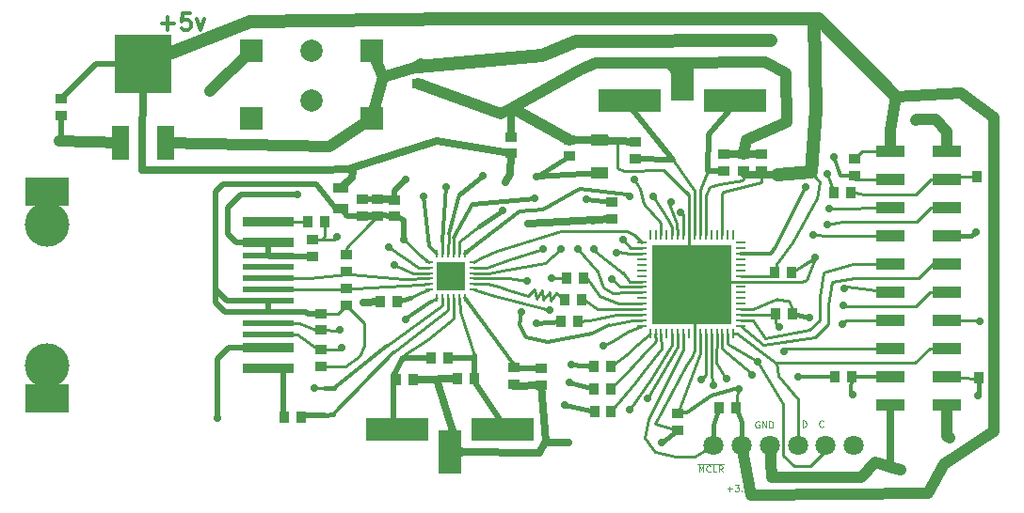
<source format=gtl>
G04 (created by PCBNEW (2013-08-24 BZR 4298)-stable) date Fri 06 Dec 2013 09:15:41 PM PST*
%MOIN*%
G04 Gerber Fmt 3.4, Leading zero omitted, Abs format*
%FSLAX34Y34*%
G01*
G70*
G90*
G04 APERTURE LIST*
%ADD10C,0.005906*%
%ADD11C,0.003937*%
%ADD12C,0.011811*%
%ADD13R,0.039400X0.035400*%
%ADD14R,0.035400X0.039400*%
%ADD15R,0.060000X0.120000*%
%ADD16R,0.200000X0.210000*%
%ADD17R,0.055000X0.035000*%
%ADD18R,0.059100X0.039400*%
%ADD19R,0.061000X0.039400*%
%ADD20R,0.100000X0.039000*%
%ADD21R,0.098400X0.098400*%
%ADD22O,0.009800X0.031500*%
%ADD23O,0.031500X0.009800*%
%ADD24C,0.023622*%
%ADD25R,0.220472X0.082677*%
%ADD26R,0.082677X0.157480*%
%ADD27R,0.181102X0.031890*%
%ADD28R,0.181102X0.024016*%
%ADD29C,0.157480*%
%ADD30R,0.153543X0.098425*%
%ADD31C,0.078700*%
%ADD32R,0.078700X0.078700*%
%ADD33C,0.070866*%
%ADD34R,0.009843X0.033465*%
%ADD35R,0.033465X0.009843*%
%ADD36R,0.281496X0.281496*%
%ADD37C,0.027559*%
%ADD38C,0.047244*%
%ADD39C,0.009843*%
%ADD40C,0.039370*%
%ADD41C,0.019685*%
%ADD42C,0.027559*%
%ADD43C,0.015748*%
G04 APERTURE END LIST*
G54D10*
G54D11*
X39069Y-47386D02*
X39069Y-47150D01*
X39125Y-47150D01*
X39159Y-47161D01*
X39181Y-47183D01*
X39192Y-47206D01*
X39204Y-47251D01*
X39204Y-47285D01*
X39192Y-47330D01*
X39181Y-47352D01*
X39159Y-47375D01*
X39125Y-47386D01*
X39069Y-47386D01*
X39800Y-47363D02*
X39789Y-47375D01*
X39755Y-47386D01*
X39732Y-47386D01*
X39699Y-47375D01*
X39676Y-47352D01*
X39665Y-47330D01*
X39654Y-47285D01*
X39654Y-47251D01*
X39665Y-47206D01*
X39676Y-47183D01*
X39699Y-47161D01*
X39732Y-47150D01*
X39755Y-47150D01*
X39789Y-47161D01*
X39800Y-47172D01*
G54D12*
X16367Y-33073D02*
X16817Y-33073D01*
X16592Y-33298D02*
X16592Y-32848D01*
X17379Y-32708D02*
X17098Y-32708D01*
X17070Y-32989D01*
X17098Y-32961D01*
X17154Y-32933D01*
X17295Y-32933D01*
X17351Y-32961D01*
X17379Y-32989D01*
X17407Y-33045D01*
X17407Y-33186D01*
X17379Y-33242D01*
X17351Y-33270D01*
X17295Y-33298D01*
X17154Y-33298D01*
X17098Y-33270D01*
X17070Y-33242D01*
X17604Y-32904D02*
X17745Y-33298D01*
X17885Y-32904D01*
G54D11*
X37528Y-47192D02*
X37506Y-47181D01*
X37472Y-47181D01*
X37438Y-47192D01*
X37416Y-47215D01*
X37404Y-47237D01*
X37393Y-47282D01*
X37393Y-47316D01*
X37404Y-47361D01*
X37416Y-47384D01*
X37438Y-47406D01*
X37472Y-47417D01*
X37494Y-47417D01*
X37528Y-47406D01*
X37539Y-47395D01*
X37539Y-47316D01*
X37494Y-47316D01*
X37641Y-47417D02*
X37641Y-47181D01*
X37776Y-47417D01*
X37776Y-47181D01*
X37888Y-47417D02*
X37888Y-47181D01*
X37944Y-47181D01*
X37978Y-47192D01*
X38001Y-47215D01*
X38012Y-47237D01*
X38023Y-47282D01*
X38023Y-47316D01*
X38012Y-47361D01*
X38001Y-47384D01*
X37978Y-47406D01*
X37944Y-47417D01*
X37888Y-47417D01*
X36397Y-49579D02*
X36577Y-49579D01*
X36487Y-49669D02*
X36487Y-49489D01*
X36667Y-49433D02*
X36813Y-49433D01*
X36734Y-49523D01*
X36768Y-49523D01*
X36790Y-49534D01*
X36802Y-49546D01*
X36813Y-49568D01*
X36813Y-49624D01*
X36802Y-49647D01*
X36790Y-49658D01*
X36768Y-49669D01*
X36700Y-49669D01*
X36678Y-49658D01*
X36667Y-49647D01*
X36914Y-49647D02*
X36925Y-49658D01*
X36914Y-49669D01*
X36903Y-49658D01*
X36914Y-49647D01*
X36914Y-49669D01*
X37004Y-49433D02*
X37150Y-49433D01*
X37071Y-49523D01*
X37105Y-49523D01*
X37128Y-49534D01*
X37139Y-49546D01*
X37150Y-49568D01*
X37150Y-49624D01*
X37139Y-49647D01*
X37128Y-49658D01*
X37105Y-49669D01*
X37038Y-49669D01*
X37015Y-49658D01*
X37004Y-49647D01*
X37229Y-49512D02*
X37285Y-49669D01*
X37341Y-49512D01*
X35400Y-48976D02*
X35400Y-48740D01*
X35479Y-48909D01*
X35557Y-48740D01*
X35557Y-48976D01*
X35805Y-48954D02*
X35794Y-48965D01*
X35760Y-48976D01*
X35737Y-48976D01*
X35704Y-48965D01*
X35681Y-48943D01*
X35670Y-48920D01*
X35659Y-48875D01*
X35659Y-48841D01*
X35670Y-48796D01*
X35681Y-48774D01*
X35704Y-48751D01*
X35737Y-48740D01*
X35760Y-48740D01*
X35794Y-48751D01*
X35805Y-48763D01*
X36019Y-48976D02*
X35906Y-48976D01*
X35906Y-48740D01*
X36232Y-48976D02*
X36154Y-48864D01*
X36097Y-48976D02*
X36097Y-48740D01*
X36187Y-48740D01*
X36210Y-48751D01*
X36221Y-48763D01*
X36232Y-48785D01*
X36232Y-48819D01*
X36221Y-48841D01*
X36210Y-48853D01*
X36187Y-48864D01*
X36097Y-48864D01*
X35344Y-48700D02*
X36277Y-48700D01*
G54D13*
X21720Y-41323D03*
X21720Y-40731D03*
G54D14*
X22130Y-40106D03*
X21538Y-40106D03*
X36105Y-46692D03*
X36697Y-46692D03*
X21307Y-47019D03*
X20715Y-47019D03*
G54D13*
X22019Y-44633D03*
X22019Y-45225D03*
X22000Y-43945D03*
X22000Y-43353D03*
X22905Y-42475D03*
X22905Y-43067D03*
X22897Y-41862D03*
X22897Y-41270D03*
G54D14*
X31107Y-43633D03*
X30515Y-43633D03*
X31240Y-42854D03*
X30648Y-42854D03*
X31299Y-42106D03*
X30707Y-42106D03*
X25924Y-44940D03*
X26516Y-44940D03*
X32292Y-46830D03*
X31700Y-46830D03*
X32276Y-46035D03*
X31684Y-46035D03*
X32280Y-45232D03*
X31688Y-45232D03*
G54D13*
X36988Y-37692D03*
X36988Y-38284D03*
X36279Y-37696D03*
X36279Y-38288D03*
X33129Y-37282D03*
X33129Y-37874D03*
X37610Y-37707D03*
X37610Y-38299D03*
X30826Y-37184D03*
X30826Y-37776D03*
G54D14*
X38685Y-41889D03*
X38093Y-41889D03*
G54D13*
X32318Y-39400D03*
X32318Y-39992D03*
G54D14*
X38705Y-43358D03*
X38113Y-43358D03*
G54D13*
X12803Y-36331D03*
X12803Y-35739D03*
X34641Y-47504D03*
X34641Y-46912D03*
X25448Y-35197D03*
X25448Y-34605D03*
X24023Y-39302D03*
X24023Y-39894D03*
X24610Y-39322D03*
X24610Y-39914D03*
G54D14*
X24684Y-45688D03*
X25276Y-45688D03*
X27441Y-45681D03*
X26849Y-45681D03*
G54D13*
X29803Y-45906D03*
X29803Y-45314D03*
G54D15*
X14904Y-37285D03*
X16504Y-37285D03*
G54D16*
X15704Y-34485D03*
G54D17*
X22708Y-38888D03*
X22708Y-39638D03*
G54D18*
X31883Y-38351D03*
G54D19*
X31887Y-37199D03*
G54D20*
X42185Y-37606D03*
X44185Y-37606D03*
X42185Y-40606D03*
X44185Y-39606D03*
X44185Y-38606D03*
X42185Y-38606D03*
X42185Y-39606D03*
X42185Y-41606D03*
X44185Y-40606D03*
X44185Y-41606D03*
X44185Y-42606D03*
X44185Y-46606D03*
X44185Y-45606D03*
X44185Y-44606D03*
X44185Y-43606D03*
X42185Y-42606D03*
X42185Y-43606D03*
X42185Y-44606D03*
X42185Y-45606D03*
X42185Y-46606D03*
G54D14*
X24105Y-42925D03*
X24697Y-42925D03*
G54D21*
X26618Y-42019D03*
G54D22*
X26126Y-42806D03*
X26323Y-42806D03*
X26520Y-42806D03*
X26716Y-42806D03*
X26913Y-42806D03*
X27110Y-42806D03*
G54D23*
X27405Y-42511D03*
X27405Y-42314D03*
X27405Y-42117D03*
X27405Y-41921D03*
X27405Y-41724D03*
X27405Y-41527D03*
G54D22*
X27110Y-41232D03*
X26913Y-41232D03*
X26716Y-41232D03*
X26520Y-41232D03*
X26323Y-41232D03*
X26126Y-41232D03*
G54D23*
X25831Y-41527D03*
X25831Y-41724D03*
X25831Y-41921D03*
X25831Y-42117D03*
X25831Y-42314D03*
X25831Y-42511D03*
G54D24*
X26618Y-42019D03*
X26318Y-41719D03*
X26318Y-42319D03*
X26918Y-41719D03*
X26918Y-42319D03*
G54D25*
X32933Y-35807D03*
X36673Y-35807D03*
G54D26*
X34803Y-35019D03*
G54D25*
X28444Y-47476D03*
X24704Y-47476D03*
G54D26*
X26574Y-48263D03*
G54D27*
X20137Y-40102D03*
X20137Y-40826D03*
G54D28*
X20137Y-41299D03*
X20137Y-41700D03*
X20137Y-42503D03*
X20137Y-44102D03*
X20137Y-43299D03*
G54D27*
X20137Y-45299D03*
X20137Y-44574D03*
G54D28*
X20137Y-42901D03*
X20137Y-43700D03*
G54D29*
X12295Y-45200D03*
X12295Y-40200D03*
G54D28*
X20137Y-42102D03*
G54D30*
X12295Y-39039D03*
X12295Y-46362D03*
G54D13*
X28830Y-45851D03*
X28830Y-45259D03*
X23464Y-39294D03*
X23464Y-39886D03*
X28740Y-37089D03*
X28740Y-37681D03*
G54D31*
X21692Y-35791D03*
G54D32*
X23822Y-34019D03*
X23822Y-36421D03*
X19560Y-34019D03*
X19560Y-36421D03*
G54D31*
X21692Y-34019D03*
G54D33*
X39893Y-48031D03*
X40893Y-48031D03*
X35901Y-48031D03*
X36901Y-48031D03*
X38897Y-48031D03*
X37897Y-48031D03*
G54D14*
X40796Y-45586D03*
X40204Y-45586D03*
X45294Y-45625D03*
X45886Y-45625D03*
G54D13*
X40909Y-38465D03*
X40909Y-37873D03*
G54D14*
X45251Y-38511D03*
X45843Y-38511D03*
G54D34*
X36421Y-44070D03*
X36618Y-44070D03*
X35240Y-44070D03*
X35437Y-44070D03*
X35830Y-44070D03*
X35633Y-44070D03*
X36224Y-44070D03*
X36027Y-44070D03*
X34452Y-44070D03*
X34649Y-44070D03*
X35043Y-44070D03*
X34846Y-44070D03*
X34059Y-44070D03*
X34255Y-44070D03*
X33862Y-44070D03*
X33665Y-44070D03*
G54D35*
X33389Y-43795D03*
X33389Y-43598D03*
X33389Y-43204D03*
X33389Y-43401D03*
X33389Y-42614D03*
X33389Y-42417D03*
X33389Y-42811D03*
X33389Y-43007D03*
X33389Y-41433D03*
X33389Y-41236D03*
X33389Y-41826D03*
X33389Y-41629D03*
X33389Y-42023D03*
X33389Y-42220D03*
X33389Y-40842D03*
X33389Y-41039D03*
G54D34*
X33665Y-40566D03*
X33862Y-40566D03*
X34255Y-40566D03*
X34059Y-40566D03*
X34846Y-40566D03*
X35043Y-40566D03*
X34649Y-40566D03*
X34452Y-40566D03*
X36027Y-40566D03*
X36224Y-40566D03*
X35633Y-40566D03*
X35830Y-40566D03*
X35437Y-40566D03*
X35240Y-40566D03*
X36618Y-40566D03*
X36421Y-40566D03*
G54D35*
X36893Y-41039D03*
X36893Y-40842D03*
X36893Y-42220D03*
X36893Y-42023D03*
X36893Y-41629D03*
X36893Y-41818D03*
X36893Y-41236D03*
X36893Y-41433D03*
X36893Y-43007D03*
X36893Y-42811D03*
X36893Y-42417D03*
X36893Y-42614D03*
X36893Y-43401D03*
X36893Y-43204D03*
X36893Y-43598D03*
X36893Y-43795D03*
G54D36*
X35141Y-42318D03*
G54D14*
X40172Y-39051D03*
X40764Y-39051D03*
G54D37*
X38232Y-43826D03*
X38921Y-45590D03*
X36826Y-46023D03*
X31629Y-40059D03*
X32326Y-42133D03*
X29330Y-40153D03*
X28543Y-38716D03*
X29300Y-42200D03*
X37952Y-33661D03*
X44263Y-47763D03*
X24948Y-40736D03*
X25003Y-43582D03*
X32952Y-39208D03*
X39169Y-38881D03*
X29118Y-43299D03*
X28437Y-39708D03*
X30511Y-41062D03*
X31996Y-44500D03*
X43070Y-36500D03*
X25011Y-38610D03*
X18358Y-47059D03*
X21188Y-39149D03*
X28779Y-36082D03*
X18062Y-35464D03*
X23503Y-42952D03*
X30779Y-47940D03*
X42547Y-48905D03*
X34078Y-47921D03*
X39299Y-43511D03*
X39507Y-41377D03*
X31421Y-39299D03*
X12736Y-37224D03*
X38413Y-44685D03*
X37464Y-45066D03*
X22574Y-40629D03*
X21779Y-46000D03*
X30098Y-43232D03*
X30177Y-42106D03*
X30814Y-45787D03*
X26429Y-38858D03*
X30637Y-46586D03*
X25649Y-39208D03*
X29645Y-43700D03*
X29877Y-41062D03*
X30889Y-45165D03*
X27748Y-38472D03*
X29629Y-38488D03*
X31692Y-41074D03*
X45358Y-43633D03*
X37283Y-45527D03*
X36366Y-45669D03*
X40484Y-43740D03*
X40500Y-43066D03*
X35917Y-45889D03*
X40551Y-42480D03*
X35468Y-45708D03*
X45196Y-40468D03*
X33106Y-38590D03*
X33783Y-39192D03*
X40011Y-39625D03*
X32708Y-40744D03*
X39960Y-38389D03*
X32484Y-41216D03*
X40192Y-37807D03*
X39429Y-40559D03*
X34759Y-39755D03*
X34397Y-39397D03*
X39929Y-40200D03*
X45275Y-46263D03*
X32929Y-46779D03*
X33578Y-46374D03*
X40830Y-46220D03*
X24397Y-41007D03*
X22688Y-43921D03*
X24598Y-41637D03*
X22728Y-44582D03*
X29566Y-39271D03*
X31122Y-41082D03*
G54D38*
X39381Y-32913D02*
X39633Y-32913D01*
X39633Y-32913D02*
X42389Y-35669D01*
G54D39*
X38113Y-43707D02*
X38113Y-43358D01*
X38232Y-43826D02*
X38113Y-43707D01*
X45843Y-38511D02*
X45843Y-37892D01*
X45843Y-37892D02*
X45850Y-37885D01*
X45886Y-45625D02*
X45886Y-44280D01*
X45886Y-44280D02*
X45850Y-44244D01*
X36893Y-42023D02*
X37959Y-42023D01*
X37959Y-42023D02*
X38093Y-41889D01*
X36789Y-46070D02*
X36789Y-46061D01*
G54D12*
X38921Y-45590D02*
X40204Y-45586D01*
G54D39*
X36789Y-46061D02*
X36826Y-46023D01*
X38093Y-41889D02*
X38149Y-41606D01*
X38149Y-41606D02*
X38716Y-40822D01*
X39661Y-38712D02*
X39389Y-38326D01*
X39578Y-39259D02*
X39661Y-38712D01*
X38716Y-40822D02*
X39578Y-39259D01*
X33389Y-42417D02*
X32610Y-42417D01*
X31696Y-39992D02*
X32318Y-39992D01*
X31629Y-40059D02*
X31696Y-39992D01*
X32610Y-42417D02*
X32326Y-42133D01*
X42185Y-37606D02*
X41176Y-37606D01*
X41176Y-37606D02*
X40909Y-37873D01*
X35437Y-44070D02*
X35433Y-44779D01*
X35433Y-44779D02*
X34645Y-46908D01*
X34645Y-46908D02*
X34641Y-46912D01*
X36893Y-43401D02*
X37732Y-43397D01*
X37732Y-43397D02*
X38098Y-43358D01*
X38098Y-43358D02*
X38113Y-43358D01*
X36224Y-40566D02*
X36224Y-39103D01*
X36224Y-39103D02*
X36225Y-39102D01*
X35633Y-40566D02*
X35633Y-39573D01*
G54D40*
X43492Y-49720D02*
X43519Y-49720D01*
X37244Y-49803D02*
X43492Y-49720D01*
X36901Y-48037D02*
X37244Y-49803D01*
X42185Y-36818D02*
X42185Y-37606D01*
X42389Y-35669D02*
X42185Y-36818D01*
X44669Y-35535D02*
X42389Y-35669D01*
X45850Y-37885D02*
X45850Y-36405D01*
X45850Y-36405D02*
X44669Y-35535D01*
X45850Y-47547D02*
X45850Y-44244D01*
X45850Y-44244D02*
X45850Y-37885D01*
X43519Y-49720D02*
X44090Y-48708D01*
X44090Y-48708D02*
X45850Y-47547D01*
G54D41*
X15704Y-34485D02*
X14057Y-34485D01*
X14057Y-34485D02*
X12803Y-35739D01*
G54D42*
X23138Y-38323D02*
X23125Y-38534D01*
X21976Y-38263D02*
X22980Y-38220D01*
X22980Y-38220D02*
X23138Y-38323D01*
X23125Y-38534D02*
X22708Y-38888D01*
G54D39*
X36697Y-46692D02*
X36789Y-46070D01*
X36789Y-46070D02*
X36787Y-46011D01*
G54D12*
X34964Y-46858D02*
X34641Y-46912D01*
X35854Y-46271D02*
X34964Y-46858D01*
X36787Y-46011D02*
X35854Y-46271D01*
G54D38*
X39551Y-36149D02*
X39389Y-38326D01*
X15704Y-34485D02*
X19500Y-33000D01*
X30885Y-32913D02*
X39381Y-32913D01*
X39381Y-32913D02*
X39488Y-32913D01*
X26881Y-32901D02*
X30885Y-32913D01*
X19500Y-33000D02*
X26881Y-32901D01*
X39488Y-32913D02*
X39551Y-36149D01*
X39389Y-38326D02*
X38169Y-38440D01*
G54D42*
X38169Y-38440D02*
X37712Y-38425D01*
X37610Y-38299D02*
X37712Y-38425D01*
X36996Y-38444D02*
X36988Y-38284D01*
X37712Y-38425D02*
X37157Y-38425D01*
X37157Y-38425D02*
X36996Y-38444D01*
G54D39*
X37610Y-38299D02*
X37604Y-38708D01*
X36225Y-39102D02*
X36225Y-39633D01*
X36271Y-39047D02*
X36225Y-39102D01*
X37604Y-38708D02*
X36271Y-39047D01*
G54D43*
X36697Y-46692D02*
X36901Y-47204D01*
X36901Y-47204D02*
X36901Y-48037D01*
G54D42*
X29330Y-40153D02*
X32318Y-39992D01*
G54D39*
X36988Y-38284D02*
X37035Y-38385D01*
X35629Y-39181D02*
X35783Y-38862D01*
X35783Y-38862D02*
X36106Y-38771D01*
X35634Y-39660D02*
X35633Y-39573D01*
X35633Y-39573D02*
X35629Y-39181D01*
X37035Y-38385D02*
X36940Y-38641D01*
X36940Y-38641D02*
X36106Y-38771D01*
X27405Y-42117D02*
X28645Y-42114D01*
X28645Y-42114D02*
X29300Y-42200D01*
X29330Y-40153D02*
X29263Y-40086D01*
G54D42*
X15704Y-34485D02*
X15673Y-38267D01*
X15673Y-38267D02*
X18263Y-38267D01*
X14948Y-35397D02*
X15704Y-34485D01*
X18263Y-38267D02*
X21976Y-38263D01*
X28708Y-38409D02*
X28543Y-38716D01*
X28740Y-37716D02*
X28708Y-38409D01*
X22980Y-38220D02*
X26106Y-37232D01*
X26106Y-37232D02*
X28704Y-37676D01*
X28704Y-37676D02*
X28740Y-37716D01*
G54D38*
X31043Y-33704D02*
X37952Y-33661D01*
X29830Y-34187D02*
X31043Y-33704D01*
G54D40*
X44185Y-47685D02*
X44185Y-46606D01*
X44263Y-47763D02*
X44185Y-47685D01*
X25448Y-34605D02*
X24216Y-34953D01*
X23822Y-36421D02*
X22303Y-37440D01*
X22303Y-37440D02*
X16504Y-37285D01*
X23822Y-36421D02*
X24216Y-34953D01*
X24216Y-34953D02*
X23822Y-34019D01*
G54D38*
X25448Y-34605D02*
X29830Y-34187D01*
G54D42*
X29830Y-34187D02*
X29897Y-34165D01*
G54D40*
X25448Y-34605D02*
X25547Y-34507D01*
G54D41*
X23464Y-39886D02*
X22956Y-39886D01*
X22956Y-39886D02*
X22708Y-39638D01*
X22708Y-39638D02*
X22508Y-39599D01*
X18271Y-39043D02*
X18271Y-42393D01*
X18555Y-38759D02*
X18271Y-39043D01*
X21846Y-38759D02*
X18555Y-38759D01*
X22508Y-39599D02*
X21846Y-38759D01*
X24948Y-40736D02*
X24948Y-40047D01*
X24948Y-40047D02*
X24610Y-39914D01*
X18271Y-42964D02*
X18271Y-42393D01*
X18271Y-42496D02*
X18271Y-42393D01*
G54D39*
X23530Y-43759D02*
X23530Y-43692D01*
X22870Y-45228D02*
X23385Y-44881D01*
X22019Y-45225D02*
X22870Y-45228D01*
X23530Y-43692D02*
X22905Y-43067D01*
X23385Y-44881D02*
X23558Y-44500D01*
X23558Y-44500D02*
X23530Y-43759D01*
G54D41*
X20137Y-42901D02*
X20137Y-43299D01*
X20137Y-43299D02*
X18606Y-43299D01*
X18606Y-43299D02*
X18271Y-42964D01*
X20137Y-42901D02*
X18677Y-42901D01*
X18677Y-42901D02*
X18271Y-42496D01*
G54D39*
X24023Y-39894D02*
X23700Y-40216D01*
X22897Y-41019D02*
X22897Y-41270D01*
X23700Y-40216D02*
X22897Y-41019D01*
G54D41*
X22000Y-43353D02*
X21550Y-43361D01*
X21488Y-43299D02*
X20137Y-43299D01*
X21550Y-43361D02*
X21488Y-43299D01*
G54D39*
X22000Y-43353D02*
X22611Y-43361D01*
X22611Y-43361D02*
X22905Y-43067D01*
G54D42*
X23476Y-39897D02*
X24023Y-39894D01*
G54D41*
X24023Y-39894D02*
X24051Y-39866D01*
X24051Y-39866D02*
X24610Y-39914D01*
G54D39*
X25831Y-41527D02*
X25700Y-41431D01*
X25700Y-41431D02*
X25600Y-41358D01*
G54D43*
X24979Y-43567D02*
X24979Y-43564D01*
G54D12*
X25913Y-42932D02*
X24979Y-43564D01*
G54D39*
X26126Y-42806D02*
X25913Y-42932D01*
G54D43*
X25003Y-43582D02*
X24979Y-43567D01*
G54D39*
X25600Y-41358D02*
X24948Y-40736D01*
X33389Y-43401D02*
X32480Y-43404D01*
X31519Y-43606D02*
X31107Y-43633D01*
X32480Y-43404D02*
X31519Y-43606D01*
G54D12*
X37948Y-41236D02*
X38126Y-40991D01*
X32929Y-39130D02*
X32929Y-39130D01*
X32952Y-39208D02*
X32929Y-39130D01*
X27110Y-41232D02*
X27318Y-41071D01*
X27318Y-41071D02*
X29035Y-39744D01*
X29035Y-39744D02*
X29866Y-39669D01*
X32846Y-39141D02*
X32929Y-39130D01*
X29866Y-39669D02*
X31181Y-38929D01*
X31181Y-38929D02*
X32846Y-39141D01*
X37948Y-41236D02*
X36893Y-41236D01*
X38126Y-40991D02*
X39169Y-38881D01*
G54D39*
X32850Y-40444D02*
X33105Y-40558D01*
X27724Y-41371D02*
X28232Y-41122D01*
X28232Y-41122D02*
X30519Y-40444D01*
X30519Y-40444D02*
X32850Y-40444D01*
X27405Y-41527D02*
X27724Y-41371D01*
X33105Y-40558D02*
X33389Y-40842D01*
X33389Y-43598D02*
X33047Y-43598D01*
X33047Y-43598D02*
X32218Y-43773D01*
G54D12*
X32218Y-43773D02*
X31625Y-44059D01*
X31625Y-44059D02*
X30031Y-44374D01*
X30031Y-44374D02*
X29275Y-44185D01*
X29275Y-44185D02*
X29043Y-43755D01*
X29043Y-43755D02*
X29118Y-43299D01*
G54D43*
X28437Y-39708D02*
X27598Y-40259D01*
G54D39*
X26917Y-40811D02*
X26913Y-41232D01*
X26917Y-40811D02*
X27598Y-40259D01*
X31807Y-43204D02*
X33389Y-43204D01*
X31807Y-43204D02*
X31377Y-42917D01*
X31240Y-42854D02*
X31377Y-42917D01*
X33389Y-43007D02*
X32547Y-43007D01*
X32539Y-43015D02*
X31879Y-42735D01*
X31421Y-42059D02*
X31299Y-42106D01*
X31879Y-42735D02*
X31421Y-42059D01*
X32547Y-43007D02*
X32539Y-43015D01*
X33389Y-43795D02*
X32885Y-44015D01*
X32885Y-44015D02*
X32338Y-44330D01*
X31996Y-44500D02*
X32345Y-44336D01*
X32338Y-44330D02*
X32345Y-44336D01*
X27405Y-41921D02*
X27960Y-41933D01*
X27960Y-41933D02*
X28444Y-41834D01*
X28444Y-41834D02*
X29952Y-41566D01*
X29952Y-41566D02*
X30511Y-41062D01*
X30511Y-41062D02*
X30519Y-41056D01*
X33862Y-44346D02*
X33858Y-44074D01*
X33370Y-44866D02*
X33035Y-45244D01*
X32276Y-46035D02*
X33035Y-45244D01*
X33862Y-44346D02*
X33370Y-44866D01*
X33858Y-44074D02*
X33862Y-44070D01*
X34066Y-44598D02*
X34055Y-44074D01*
X34055Y-44074D02*
X34059Y-44070D01*
X34066Y-44582D02*
X34066Y-44598D01*
X34066Y-44598D02*
X33444Y-45409D01*
X33444Y-45409D02*
X33157Y-45799D01*
X33157Y-45799D02*
X32292Y-46830D01*
X33665Y-44070D02*
X33236Y-44421D01*
X33236Y-44421D02*
X32811Y-44838D01*
X32811Y-44838D02*
X32280Y-45232D01*
X35043Y-40566D02*
X35043Y-39169D01*
X35043Y-39169D02*
X34140Y-38266D01*
X36893Y-43204D02*
X37295Y-43204D01*
X37295Y-43204D02*
X37791Y-42988D01*
X37791Y-42988D02*
X38177Y-42850D01*
X38704Y-43240D02*
X38705Y-43358D01*
X38704Y-43208D02*
X38704Y-43240D01*
X38590Y-42893D02*
X38704Y-43208D01*
X38181Y-42854D02*
X38590Y-42893D01*
X38177Y-42850D02*
X38181Y-42854D01*
X38525Y-42220D02*
X39027Y-42224D01*
X39200Y-42181D02*
X39507Y-41409D01*
X38685Y-41889D02*
X39507Y-41409D01*
X38525Y-42220D02*
X36893Y-42220D01*
X39027Y-42224D02*
X39200Y-42181D01*
X35240Y-44358D02*
X35236Y-44074D01*
X35236Y-44074D02*
X35240Y-44070D01*
X36893Y-42220D02*
X35240Y-42220D01*
X35240Y-42220D02*
X35141Y-42318D01*
X35240Y-44070D02*
X35240Y-42417D01*
X35240Y-42417D02*
X35141Y-42318D01*
X35043Y-40566D02*
X35043Y-42220D01*
X35043Y-42220D02*
X35141Y-42318D01*
X32519Y-37322D02*
X32401Y-37303D01*
X34140Y-38266D02*
X32728Y-38291D01*
X32728Y-38291D02*
X32519Y-38208D01*
X32519Y-38208D02*
X32519Y-37322D01*
X32401Y-37303D02*
X31887Y-37199D01*
X35043Y-39141D02*
X34140Y-38266D01*
G54D42*
X42185Y-46606D02*
X42185Y-48723D01*
X42185Y-48723D02*
X42284Y-48822D01*
G54D40*
X44185Y-37606D02*
X44185Y-36885D01*
X43767Y-36468D02*
X44185Y-36885D01*
X43102Y-36468D02*
X43767Y-36468D01*
X43102Y-36468D02*
X43070Y-36500D01*
G54D42*
X28740Y-37089D02*
X28740Y-36122D01*
G54D41*
X28740Y-36122D02*
X28779Y-36082D01*
X24023Y-39302D02*
X23472Y-39302D01*
X23472Y-39302D02*
X23464Y-39294D01*
X24610Y-39322D02*
X24610Y-39011D01*
X24610Y-39011D02*
X25011Y-38610D01*
X12803Y-36331D02*
X12803Y-37157D01*
X12803Y-37157D02*
X12736Y-37224D01*
X20137Y-44574D02*
X18740Y-44574D01*
X18740Y-44574D02*
X18358Y-44956D01*
X18358Y-44956D02*
X18358Y-47059D01*
X20137Y-40826D02*
X19003Y-40826D01*
X19003Y-40826D02*
X18720Y-40543D01*
X18720Y-40543D02*
X18720Y-39606D01*
X18720Y-39606D02*
X19177Y-39149D01*
X19177Y-39149D02*
X21188Y-39149D01*
X20137Y-41299D02*
X20137Y-40826D01*
X21720Y-41323D02*
X20162Y-41323D01*
X20162Y-41323D02*
X20137Y-41299D01*
G54D40*
X26574Y-48263D02*
X26901Y-48267D01*
X34803Y-35019D02*
X34363Y-34459D01*
X28779Y-36082D02*
X31220Y-34685D01*
X37066Y-37204D02*
X36988Y-37692D01*
X38503Y-36555D02*
X37066Y-37204D01*
X38484Y-34822D02*
X38503Y-36555D01*
X37736Y-34448D02*
X38484Y-34822D01*
X31751Y-34468D02*
X34363Y-34459D01*
X34363Y-34459D02*
X37736Y-34448D01*
X31220Y-34685D02*
X31751Y-34468D01*
X25448Y-35197D02*
X28385Y-36279D01*
X28385Y-36279D02*
X28779Y-36082D01*
X30826Y-37184D02*
X28779Y-36082D01*
X19560Y-34019D02*
X18062Y-35464D01*
G54D42*
X24105Y-42925D02*
X23503Y-42952D01*
X37610Y-37707D02*
X36988Y-37692D01*
X29941Y-47941D02*
X30779Y-47940D01*
G54D40*
X41648Y-48621D02*
X42284Y-48822D01*
X42284Y-48822D02*
X42547Y-48905D01*
G54D43*
X34641Y-47504D02*
X34078Y-47921D01*
G54D40*
X37897Y-48035D02*
X37992Y-49173D01*
X41145Y-49153D02*
X41648Y-48621D01*
X37992Y-49173D02*
X41145Y-49153D01*
G54D42*
X26122Y-45688D02*
X26901Y-48267D01*
X26901Y-48267D02*
X29736Y-48299D01*
X29736Y-48299D02*
X29941Y-47941D01*
X29941Y-47941D02*
X29968Y-47893D01*
X29968Y-47893D02*
X29803Y-45906D01*
G54D39*
X35240Y-44346D02*
X35240Y-44358D01*
X35240Y-44358D02*
X35236Y-44665D01*
X35236Y-44665D02*
X35137Y-44901D01*
X35137Y-44901D02*
X34929Y-45200D01*
X34929Y-45200D02*
X33850Y-47251D01*
X33850Y-47251D02*
X34641Y-47504D01*
G54D43*
X38705Y-43358D02*
X39299Y-43511D01*
G54D39*
X38685Y-41889D02*
X39507Y-41377D01*
G54D42*
X36279Y-37696D02*
X36988Y-37692D01*
X31887Y-37199D02*
X30826Y-37184D01*
X33129Y-37282D02*
X31887Y-37199D01*
G54D43*
X32318Y-39400D02*
X31421Y-39299D01*
G54D42*
X24610Y-39322D02*
X24210Y-39299D01*
X24210Y-39299D02*
X24023Y-39302D01*
X29803Y-45906D02*
X28830Y-45930D01*
X26849Y-45681D02*
X26198Y-45682D01*
X26198Y-45682D02*
X26122Y-45688D01*
X26122Y-45688D02*
X25276Y-45688D01*
G54D40*
X14904Y-37285D02*
X14894Y-37295D01*
X14894Y-37295D02*
X12736Y-37224D01*
G54D39*
X21538Y-40106D02*
X20141Y-40106D01*
X20141Y-40106D02*
X20137Y-40102D01*
X39893Y-48031D02*
X39893Y-48236D01*
X38389Y-46570D02*
X37464Y-45066D01*
X38389Y-48389D02*
X38389Y-46570D01*
X38779Y-48779D02*
X38389Y-48389D01*
X39350Y-48779D02*
X38779Y-48779D01*
X39893Y-48236D02*
X39350Y-48779D01*
X36421Y-44070D02*
X36421Y-44425D01*
X36421Y-44425D02*
X37389Y-44992D01*
X38492Y-44606D02*
X42185Y-44606D01*
X38413Y-44685D02*
X38492Y-44606D01*
X37389Y-44992D02*
X37464Y-45066D01*
X38140Y-45087D02*
X38219Y-45553D01*
X38897Y-46397D02*
X38897Y-48031D01*
X38219Y-45553D02*
X38897Y-46397D01*
X36618Y-44070D02*
X36744Y-44070D01*
X43562Y-44606D02*
X44185Y-44606D01*
X43059Y-45110D02*
X43562Y-44606D01*
X38124Y-45087D02*
X38140Y-45087D01*
X38140Y-45087D02*
X43059Y-45110D01*
X36744Y-44070D02*
X38124Y-45087D01*
X22141Y-46010D02*
X21790Y-46010D01*
X26323Y-42806D02*
X26318Y-43070D01*
G54D43*
X22492Y-46008D02*
X22141Y-46010D01*
G54D12*
X24330Y-44500D02*
X22492Y-46008D01*
G54D39*
X26318Y-43070D02*
X24330Y-44500D01*
X22473Y-40731D02*
X21720Y-40731D01*
X22574Y-40629D02*
X22473Y-40731D01*
X21790Y-46010D02*
X21779Y-46000D01*
X22130Y-40106D02*
X22130Y-40621D01*
X22020Y-40731D02*
X21720Y-40731D01*
X22130Y-40621D02*
X22020Y-40731D01*
G54D41*
X22145Y-46972D02*
X21355Y-46972D01*
G54D43*
X22145Y-46972D02*
X22440Y-46948D01*
G54D39*
X26520Y-42806D02*
X26515Y-43248D01*
G54D12*
X24590Y-44745D02*
X22440Y-46948D01*
G54D39*
X26515Y-43248D02*
X24590Y-44745D01*
X21355Y-46972D02*
X21307Y-47019D01*
X27405Y-42314D02*
X27900Y-42308D01*
X27900Y-42308D02*
X28300Y-42400D01*
X28300Y-42400D02*
X28692Y-42523D01*
X28692Y-42523D02*
X29330Y-42744D01*
X29330Y-42744D02*
X29570Y-42488D01*
X29570Y-42488D02*
X29633Y-42830D01*
X29633Y-42830D02*
X29834Y-42543D01*
X29834Y-42543D02*
X29889Y-42862D01*
X29889Y-42862D02*
X30114Y-42606D01*
X30114Y-42606D02*
X30145Y-42897D01*
X30145Y-42897D02*
X30346Y-42629D01*
X30346Y-42629D02*
X30648Y-42854D01*
X30177Y-42106D02*
X30707Y-42106D01*
X27405Y-42511D02*
X28027Y-42692D01*
X28027Y-42692D02*
X30098Y-43232D01*
X25831Y-42511D02*
X25500Y-42645D01*
X25500Y-42645D02*
X25177Y-42799D01*
G54D43*
X25177Y-42799D02*
X24697Y-42925D01*
G54D39*
X35240Y-39660D02*
X35240Y-40566D01*
X34467Y-37893D02*
X35244Y-38984D01*
X35240Y-39660D02*
X35244Y-38984D01*
X35240Y-40566D02*
X35240Y-40566D01*
G54D41*
X33129Y-37874D02*
X34467Y-37893D01*
X34467Y-37893D02*
X32803Y-35821D01*
G54D39*
X45251Y-38511D02*
X44279Y-38511D01*
X44279Y-38511D02*
X44185Y-38606D01*
X44185Y-38606D02*
X43614Y-38606D01*
X43614Y-38606D02*
X43090Y-39129D01*
X41251Y-39129D02*
X40763Y-39047D01*
X43090Y-39129D02*
X41251Y-39129D01*
X45156Y-38606D02*
X45251Y-38511D01*
G54D43*
X31684Y-46035D02*
X30814Y-45787D01*
G54D12*
X26429Y-38858D02*
X26311Y-40787D01*
G54D39*
X26311Y-40787D02*
X26323Y-41232D01*
G54D43*
X31700Y-46830D02*
X30637Y-46586D01*
G54D12*
X25649Y-39208D02*
X25846Y-40980D01*
G54D39*
X25846Y-40980D02*
X26126Y-41232D01*
G54D41*
X25924Y-44940D02*
X24898Y-44940D01*
G54D39*
X24574Y-45692D02*
X24684Y-45688D01*
X26716Y-42806D02*
X26712Y-43543D01*
X24948Y-44838D02*
X24898Y-44940D01*
X26712Y-43543D02*
X25795Y-44255D01*
X25795Y-44255D02*
X24948Y-44838D01*
G54D41*
X24583Y-45582D02*
X24574Y-45692D01*
X24898Y-44940D02*
X24583Y-45582D01*
X24574Y-45692D02*
X24574Y-47500D01*
X26516Y-44940D02*
X27440Y-44940D01*
X27440Y-44940D02*
X27440Y-44940D01*
G54D39*
X27441Y-45681D02*
X27525Y-45869D01*
X26913Y-42806D02*
X26960Y-43303D01*
X26960Y-43303D02*
X27440Y-44847D01*
G54D43*
X27440Y-44847D02*
X27440Y-44940D01*
G54D41*
X27448Y-45751D02*
X27525Y-45869D01*
X27440Y-44940D02*
X27448Y-45751D01*
X27525Y-45869D02*
X28574Y-47462D01*
X29803Y-45314D02*
X28885Y-45314D01*
X28885Y-45314D02*
X28830Y-45259D01*
G54D12*
X27279Y-43040D02*
X28830Y-45180D01*
X27110Y-42806D02*
X27279Y-43040D01*
G54D39*
X27405Y-41724D02*
X27862Y-41728D01*
G54D43*
X29645Y-43700D02*
X30515Y-43633D01*
G54D39*
X28708Y-41425D02*
X29877Y-41062D01*
X27862Y-41728D02*
X28708Y-41425D01*
G54D43*
X31688Y-45232D02*
X30889Y-45165D01*
X27748Y-38472D02*
X26925Y-39149D01*
G54D12*
X26925Y-39149D02*
X26527Y-40547D01*
G54D39*
X26527Y-40547D02*
X26527Y-40546D01*
X26520Y-41232D02*
X26527Y-40546D01*
X26527Y-40546D02*
X26527Y-40525D01*
X33389Y-42220D02*
X32929Y-42220D01*
X32929Y-42220D02*
X32704Y-41917D01*
X31748Y-41173D02*
X31692Y-41074D01*
X32698Y-41923D02*
X31748Y-41173D01*
X32704Y-41917D02*
X32698Y-41923D01*
G54D43*
X29629Y-38488D02*
X30826Y-37776D01*
G54D41*
X29629Y-38488D02*
X31883Y-38351D01*
G54D39*
X35437Y-40566D02*
X35437Y-38980D01*
G54D41*
X36279Y-38288D02*
X35696Y-38287D01*
X35696Y-38287D02*
X35696Y-38287D01*
G54D39*
X35437Y-39660D02*
X35437Y-38980D01*
X35437Y-38980D02*
X35696Y-38287D01*
G54D41*
X35696Y-38287D02*
X35759Y-37000D01*
X35759Y-37000D02*
X36803Y-35783D01*
G54D39*
X36224Y-44070D02*
X36224Y-44590D01*
X36224Y-44590D02*
X37228Y-45472D01*
X45330Y-43606D02*
X44185Y-43606D01*
X45358Y-43633D02*
X45330Y-43606D01*
X37228Y-45472D02*
X37283Y-45527D01*
X42185Y-43606D02*
X40618Y-43606D01*
X36366Y-45669D02*
X36303Y-45606D01*
X40618Y-43606D02*
X40484Y-43740D01*
X36027Y-44070D02*
X36027Y-44070D01*
X36027Y-44070D02*
X36023Y-45094D01*
X36023Y-45094D02*
X36303Y-45606D01*
X36303Y-45606D02*
X36303Y-45606D01*
X44185Y-42606D02*
X43562Y-42606D01*
X40653Y-43106D02*
X40500Y-43066D01*
X43062Y-43106D02*
X40653Y-43106D01*
X43562Y-42606D02*
X43062Y-43106D01*
X35830Y-44070D02*
X35830Y-44437D01*
X35830Y-44437D02*
X35830Y-45574D01*
X35830Y-45574D02*
X35917Y-45889D01*
X42185Y-42606D02*
X40633Y-42397D01*
X40633Y-42397D02*
X40551Y-42480D01*
X35633Y-44070D02*
X35633Y-45543D01*
X35633Y-45543D02*
X35468Y-45708D01*
X44185Y-41606D02*
X43681Y-41606D01*
X37673Y-44476D02*
X36893Y-43795D01*
X39511Y-44200D02*
X37673Y-44476D01*
X39968Y-43744D02*
X39511Y-44200D01*
X39968Y-43070D02*
X39968Y-43744D01*
X40925Y-42114D02*
X40094Y-42218D01*
X40094Y-42218D02*
X39968Y-43070D01*
X43173Y-42114D02*
X40925Y-42114D01*
X43681Y-41606D02*
X43173Y-42114D01*
X36893Y-43598D02*
X37326Y-43598D01*
X40854Y-41606D02*
X42185Y-41606D01*
X39681Y-42779D02*
X39819Y-41910D01*
X39819Y-41910D02*
X40854Y-41606D01*
X39681Y-43590D02*
X39681Y-42779D01*
X39326Y-43944D02*
X39681Y-43590D01*
X37759Y-44220D02*
X39326Y-43944D01*
X37326Y-43598D02*
X37759Y-44220D01*
X34057Y-40142D02*
X34059Y-40566D01*
X34059Y-40566D02*
X34059Y-40566D01*
X34057Y-40149D02*
X34057Y-40142D01*
X34057Y-40142D02*
X33440Y-39460D01*
X33440Y-39460D02*
X33311Y-38921D01*
G54D43*
X45059Y-40606D02*
X44185Y-40606D01*
X45196Y-40468D02*
X45059Y-40606D01*
G54D39*
X33311Y-38921D02*
X33106Y-38590D01*
X42185Y-39606D02*
X40027Y-39641D01*
X33767Y-39208D02*
X34326Y-40047D01*
X34326Y-40047D02*
X34449Y-40291D01*
X34449Y-40291D02*
X34452Y-40566D01*
X33783Y-39192D02*
X33767Y-39208D01*
X40027Y-39641D02*
X40011Y-39625D01*
X33389Y-41039D02*
X32992Y-41039D01*
X32992Y-41039D02*
X32708Y-40744D01*
X40172Y-39051D02*
X40172Y-39051D01*
X39960Y-38389D02*
X40172Y-39051D01*
G54D12*
X40909Y-38465D02*
X40406Y-38465D01*
G54D39*
X32535Y-41165D02*
X32937Y-41236D01*
X32937Y-41236D02*
X33389Y-41236D01*
X32484Y-41216D02*
X32535Y-41165D01*
G54D12*
X40406Y-38465D02*
X40192Y-37807D01*
G54D39*
X40909Y-38465D02*
X40909Y-38562D01*
X40952Y-38606D02*
X42185Y-38606D01*
X40909Y-38562D02*
X40952Y-38606D01*
X34846Y-40566D02*
X34846Y-39842D01*
X40047Y-40606D02*
X42185Y-40606D01*
X39429Y-40559D02*
X40047Y-40606D01*
X34846Y-39842D02*
X34759Y-39755D01*
X44185Y-39606D02*
X43602Y-39606D01*
X34657Y-40559D02*
X34649Y-40566D01*
X34342Y-39452D02*
X34617Y-40165D01*
X34617Y-40165D02*
X34657Y-40559D01*
X34397Y-39397D02*
X34342Y-39452D01*
X40468Y-40110D02*
X39929Y-40200D01*
X43098Y-40110D02*
X40468Y-40110D01*
X43602Y-39606D02*
X43098Y-40110D01*
G54D43*
X45275Y-46263D02*
X45294Y-46244D01*
X45294Y-46244D02*
X45294Y-45625D01*
G54D39*
X34452Y-44070D02*
X34452Y-44480D01*
X33704Y-45665D02*
X32929Y-46779D01*
X34452Y-44480D02*
X33704Y-45665D01*
X44185Y-45606D02*
X45243Y-45677D01*
X45243Y-45677D02*
X45294Y-45625D01*
X34649Y-44539D02*
X33578Y-46374D01*
X34649Y-44070D02*
X34649Y-44539D01*
G54D12*
X40780Y-46170D02*
X40796Y-45586D01*
G54D39*
X40830Y-46220D02*
X40780Y-46170D01*
G54D12*
X40796Y-45586D02*
X42165Y-45586D01*
G54D39*
X42165Y-45586D02*
X42185Y-45606D01*
X21574Y-42094D02*
X22940Y-41957D01*
X20137Y-42102D02*
X21574Y-42094D01*
X22940Y-41957D02*
X22940Y-41957D01*
X23066Y-41976D02*
X23015Y-41980D01*
X24960Y-42125D02*
X23066Y-41976D01*
X25831Y-42117D02*
X24960Y-42125D01*
X23779Y-42444D02*
X23184Y-42468D01*
X25496Y-42318D02*
X23779Y-42444D01*
X25831Y-42314D02*
X25496Y-42318D01*
X23184Y-42468D02*
X22905Y-42475D01*
X20137Y-42503D02*
X22877Y-42503D01*
X22877Y-42503D02*
X22905Y-42475D01*
X22000Y-43945D02*
X21826Y-43948D01*
X21251Y-43700D02*
X20137Y-43700D01*
X21826Y-43948D02*
X21251Y-43700D01*
X25831Y-41724D02*
X25488Y-41724D01*
X24397Y-41007D02*
X25488Y-41724D01*
X22656Y-43953D02*
X22000Y-43945D01*
X22688Y-43921D02*
X22656Y-43953D01*
X22019Y-44633D02*
X21916Y-44633D01*
X21173Y-44102D02*
X20137Y-44102D01*
X21916Y-44633D02*
X21173Y-44102D01*
X25291Y-41929D02*
X24598Y-41637D01*
X25831Y-41921D02*
X25291Y-41929D01*
X22677Y-44633D02*
X22019Y-44633D01*
X22728Y-44582D02*
X22677Y-44633D01*
X20715Y-47019D02*
X20681Y-47019D01*
G54D41*
X20661Y-46405D02*
X20661Y-45228D01*
X20681Y-47019D02*
X20661Y-46405D01*
G54D39*
X33389Y-42614D02*
X32826Y-42614D01*
X32826Y-42614D02*
X32358Y-42633D01*
X32358Y-42633D02*
X32025Y-42426D01*
X32025Y-42426D02*
X31815Y-41874D01*
X33385Y-42610D02*
X33389Y-42614D01*
G54D43*
X27366Y-39468D02*
X29566Y-39271D01*
G54D39*
X31122Y-41082D02*
X31815Y-41874D01*
X26716Y-41232D02*
X26720Y-40677D01*
G54D12*
X26720Y-40677D02*
X27366Y-39468D01*
G54D39*
X31815Y-41874D02*
X31799Y-41858D01*
X34846Y-44346D02*
X34846Y-44071D01*
X33488Y-47763D02*
X33598Y-47110D01*
X34842Y-44625D02*
X33598Y-47110D01*
X34846Y-44346D02*
X34842Y-44625D01*
X34846Y-44071D02*
X34846Y-44070D01*
X33488Y-47763D02*
X33488Y-47763D01*
X33488Y-47763D02*
X33848Y-48257D01*
X33848Y-48257D02*
X34586Y-48433D01*
X34586Y-48433D02*
X35251Y-48448D01*
X35251Y-48448D02*
X35901Y-48035D01*
G54D43*
X35901Y-48035D02*
X35901Y-47303D01*
X35901Y-47303D02*
X36105Y-46692D01*
M02*

</source>
